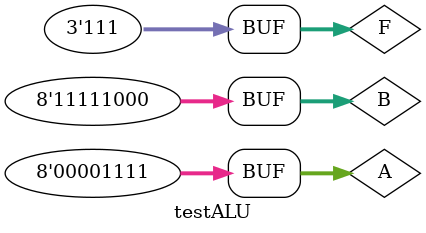
<source format=sv>
`timescale 1ns/1ns
module testALU();
  
  logic[7:0] A,B,w;
  logic[2:0] F;
  logic CarryOut;
  logic g;
  
  ALU UT (A,B,F,w,g,CarryOut);
   initial begin
     #(150) F=3'b000;A=8'b00001111;B=8'b11111000;
     #(150) F=3'b001;A=8'b00001111;B=8'b11111000;
     #(150) F=3'b010;A=8'b00001111;B=8'b11111000;
     #(150) F=3'b011;A=8'b00001111;B=8'b11111000;
     #(150) F=3'b100;A=8'b00001111;B=8'b11111000;
     #(150) F=3'b101;A=8'b00001111;B=8'b11111000;
     #(150) F=3'b110;A=8'b00001111;B=8'b11111000;
     #(150) F=3'b111;A=8'b00001111;B=8'b11111000;
   end
 endmodule
</source>
